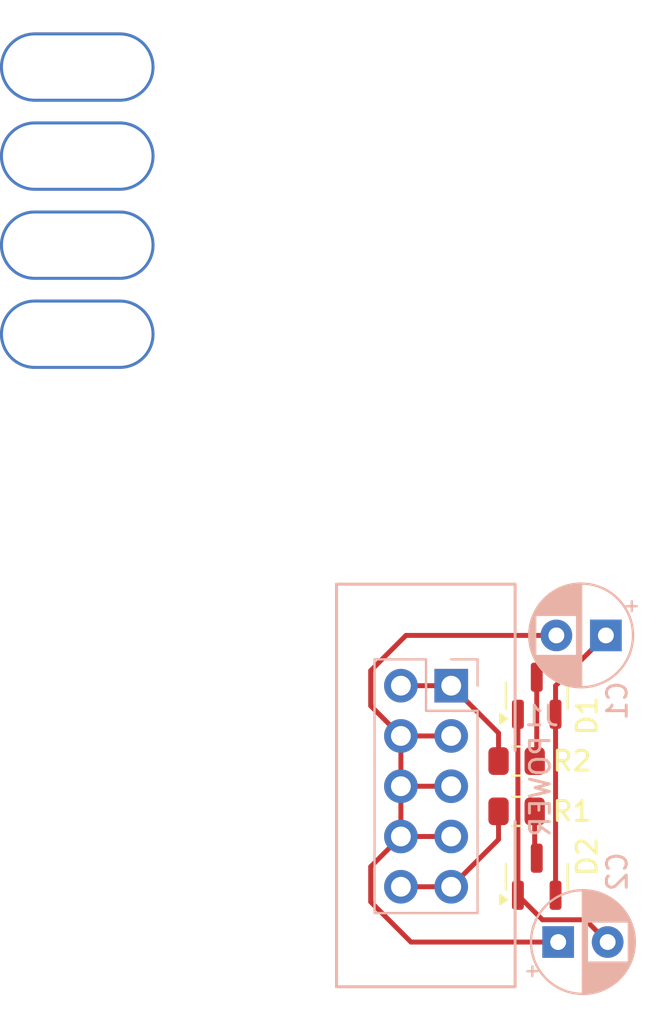
<source format=kicad_pcb>
(kicad_pcb (version 20221018) (generator pcbnew)
  (layers (0 "F.Cu" signal) (31 "B.Cu" signal) (34 "B.Paste" user) (35 "F.Paste" user) (36 "B.SilkS" user "B.Silkscreen") (37 "F.SilkS" user "F.Silkscreen") (38 "B.Mask" user) (39 "F.Mask" user) (44 "Edge.Cuts" user))
  (net 0 "")
  (net 1 "+12V")
  (net 2 "GND")
  (net 3 "-12V")
  (net 4 "Net-(D1-COM)")
  (net 5 "Net-(D2-COM)")
  (net 6 "/FACE")
  (net 7 "Net-(J1-Pin_1)")
  (net 8 "Net-(J1-Pin_10)")
  (footprint "Resistor_SMD:R_0805_2012Metric" (layer "F.Cu") (at 59.182 52.07 180)
    (fp_text reference "R2" (at -2.794 0) (layer "F.SilkS"))
    (fp_text value "10")
    (fp_line (start -0.227064 -0.735) (end 0.227064 -0.735) (stroke (width 0.12)) (layer "F.SilkS"))
    (fp_line (start -0.227064 0.735) (end 0.227064 0.735) (stroke (width 0.12)) (layer "F.SilkS"))
    (pad "1" smd roundrect (at -0.9125 0 180) (size 1.025 1.4) (layers "F.Cu" "F.Paste" "F.Mask") (roundrect_rratio 0.243902) (net 4 "Net-(D1-COM)"))
    (pad "2" smd roundrect (at 0.9125 0 180) (size 1.025 1.4) (layers "F.Cu" "F.Paste" "F.Mask") (roundrect_rratio 0.243902) (net 7 "Net-(J1-Pin_1)"))
  )
  (footprint "Package_TO_SOT_SMD:SOT-23" (layer "F.Cu") (at 60.198 57.912 90)
    (fp_text reference "D2" (at 1.016 2.54 90) (layer "F.SilkS"))
    (fp_text value "BAT54S")
    (fp_line (start 0 -1.56) (end -0.65 -1.56) (stroke (width 0.12)) (layer "F.SilkS"))
    (fp_line (start 0 -1.56) (end 0.65 -1.56) (stroke (width 0.12)) (layer "F.SilkS"))
    (fp_line (start 0 1.56) (end -0.65 1.56) (stroke (width 0.12)) (layer "F.SilkS"))
    (fp_line (start 0 1.56) (end 0.65 1.56) (stroke (width 0.12)) (layer "F.SilkS"))
    (fp_poly (pts (xy -1.1625 -1.51) (xy -1.4025 -1.84) (xy -0.9225 -1.84) (xy -1.1625 -1.51)) (stroke (width 0.12)) (fill solid) (layer "F.SilkS"))
    (pad "1" smd roundrect (at -0.9375 -0.95 90) (size 1.475 0.6) (layers "F.Cu" "F.Paste" "F.Mask") (net 3 "-12V"))
    (pad "2" smd roundrect (at -0.9375 0.95 90) (size 1.475 0.6) (layers "F.Cu" "F.Paste" "F.Mask") (net 1 "+12V"))
    (pad "3" smd roundrect (at 0.9375 0 90) (size 1.475 0.6) (layers "F.Cu" "F.Paste" "F.Mask") (net 5 "Net-(D2-COM)"))
  )
  (footprint "Eurorack:Mech-MountingHole" (layer "F.Cu") (at 37 17)
    (fp_text reference "H1")
    (fp_text value "mount0")
    (pad "1" thru_hole oval (at 0 0 90) (size 3.5 7.8) (drill oval 3.2 7.5) (layers "*.Cu" "*.Mask") (net 6 "/FACE"))
  )
  (footprint "Resistor_SMD:R_0805_2012Metric" (layer "F.Cu") (at 59.182 54.61 180)
    (fp_text reference "R1" (at -2.794 0) (layer "F.SilkS"))
    (fp_text value "10")
    (fp_line (start -0.227064 -0.735) (end 0.227064 -0.735) (stroke (width 0.12)) (layer "F.SilkS"))
    (fp_line (start -0.227064 0.735) (end 0.227064 0.735) (stroke (width 0.12)) (layer "F.SilkS"))
    (pad "1" smd roundrect (at -0.9125 0 180) (size 1.025 1.4) (layers "F.Cu" "F.Paste" "F.Mask") (roundrect_rratio 0.243902) (net 5 "Net-(D2-COM)"))
    (pad "2" smd roundrect (at 0.9125 0 180) (size 1.025 1.4) (layers "F.Cu" "F.Paste" "F.Mask") (roundrect_rratio 0.243902) (net 8 "Net-(J1-Pin_10)"))
  )
  (footprint "Package_TO_SOT_SMD:SOT-23" (layer "F.Cu") (at 60.198 48.768 90)
    (fp_text reference "D1" (at -1.016 2.54 90) (layer "F.SilkS"))
    (fp_text value "BAT54S")
    (fp_line (start 0 -1.56) (end -0.65 -1.56) (stroke (width 0.12)) (layer "F.SilkS"))
    (fp_line (start 0 -1.56) (end 0.65 -1.56) (stroke (width 0.12)) (layer "F.SilkS"))
    (fp_line (start 0 1.56) (end -0.65 1.56) (stroke (width 0.12)) (layer "F.SilkS"))
    (fp_line (start 0 1.56) (end 0.65 1.56) (stroke (width 0.12)) (layer "F.SilkS"))
    (fp_poly (pts (xy -1.1625 -1.51) (xy -1.4025 -1.84) (xy -0.9225 -1.84) (xy -1.1625 -1.51)) (stroke (width 0.12)) (fill solid) (layer "F.SilkS"))
    (pad "1" smd roundrect (at -0.9375 -0.95 90) (size 1.475 0.6) (layers "F.Cu" "F.Paste" "F.Mask") (net 3 "-12V"))
    (pad "2" smd roundrect (at -0.9375 0.95 90) (size 1.475 0.6) (layers "F.Cu" "F.Paste" "F.Mask") (net 1 "+12V"))
    (pad "3" smd roundrect (at 0.9375 0 90) (size 1.475 0.6) (layers "F.Cu" "F.Paste" "F.Mask") (net 4 "Net-(D1-COM)"))
  )
  (footprint "Eurorack:Mech-MountingHole" (layer "F.Cu") (at 37 30.5)
    (fp_text reference "H4")
    (fp_text value "mount1")
    (pad "1" thru_hole oval (at 0 0 90) (size 3.5 7.8) (drill oval 3.2 7.5) (layers "*.Cu" "*.Mask") (net 6 "/FACE"))
  )
  (footprint "Eurorack:Mech-MountingHole" (layer "F.Cu") (at 37 21.5)
    (fp_text reference "H2")
    (fp_text value "mount1")
    (pad "1" thru_hole oval (at 0 0 90) (size 3.5 7.8) (drill oval 3.2 7.5) (layers "*.Cu" "*.Mask") (net 6 "/FACE"))
  )
  (footprint "Eurorack:Mech-MountingHole" (layer "F.Cu") (at 37 26)
    (fp_text reference "H3")
    (fp_text value "mount1")
    (pad "1" thru_hole oval (at 0 0 90) (size 3.5 7.8) (drill oval 3.2 7.5) (layers "*.Cu" "*.Mask") (net 6 "/FACE"))
  )
  (footprint "Eurorack:PinHeader_2x05_P2.54mm_Vertical" (layer "B.Cu") (at 55.88 48.26 180)
    (fp_text reference "J1" (at -4.572 -1.524) (layer "B.SilkS") (effects (justify mirror)))
    (fp_text value "Conn_02x05_Odd_Even")
    (fp_line (start -3.2258 -15.2146) (end -3.2258 -6.858) (stroke (width 0.15)) (layer "B.SilkS"))
    (fp_line (start -3.2258 -3.2766) (end -3.2258 5.1308) (stroke (width 0.15)) (layer "B.SilkS"))
    (fp_line (start -3.2258 5.1308) (end 5.7912 5.1308) (stroke (width 0.15)) (layer "B.SilkS"))
    (fp_line (start -1.33 -11.49) (end 3.87 -11.49) (stroke (width 0.12)) (layer "B.SilkS"))
    (fp_line (start -1.33 -1.27) (end -1.33 -11.49) (stroke (width 0.12)) (layer "B.SilkS"))
    (fp_line (start -1.33 -1.27) (end 1.27 -1.27) (stroke (width 0.12)) (layer "B.SilkS"))
    (fp_line (start -1.33 0) (end -1.33 1.33) (stroke (width 0.12)) (layer "B.SilkS"))
    (fp_line (start -1.33 1.33) (end 0 1.33) (stroke (width 0.12)) (layer "B.SilkS"))
    (fp_line (start 1.27 -1.27) (end 1.27 1.33) (stroke (width 0.12)) (layer "B.SilkS"))
    (fp_line (start 1.27 1.33) (end 3.87 1.33) (stroke (width 0.12)) (layer "B.SilkS"))
    (fp_line (start 3.87 1.33) (end 3.87 -11.49) (stroke (width 0.12)) (layer "B.SilkS"))
    (fp_line (start 5.7912 -15.2146) (end -3.2258 -15.2146) (stroke (width 0.15)) (layer "B.SilkS"))
    (fp_line (start 5.7912 5.1308) (end 5.7912 -15.2146) (stroke (width 0.15)) (layer "B.SilkS"))
    (pad "1" thru_hole rect (at 0 0 180) (size 1.7 1.7) (drill 1) (layers "*.Cu" "*.Mask") (net 7 "Net-(J1-Pin_1)"))
    (pad "2" thru_hole oval (at 2.54 0 180) (size 1.7 1.7) (drill 1) (layers "*.Cu" "*.Mask") (net 7 "Net-(J1-Pin_1)"))
    (pad "3" thru_hole oval (at 0 -2.54 180) (size 1.7 1.7) (drill 1) (layers "*.Cu" "*.Mask") (net 2 "GND"))
    (pad "4" thru_hole oval (at 2.54 -2.54 180) (size 1.7 1.7) (drill 1) (layers "*.Cu" "*.Mask") (net 2 "GND"))
    (pad "5" thru_hole oval (at 0 -5.08 180) (size 1.7 1.7) (drill 1) (layers "*.Cu" "*.Mask") (net 2 "GND"))
    (pad "6" thru_hole oval (at 2.54 -5.08 180) (size 1.7 1.7) (drill 1) (layers "*.Cu" "*.Mask") (net 2 "GND"))
    (pad "7" thru_hole oval (at 0 -7.62 180) (size 1.7 1.7) (drill 1) (layers "*.Cu" "*.Mask") (net 2 "GND"))
    (pad "8" thru_hole oval (at 2.54 -7.62 180) (size 1.7 1.7) (drill 1) (layers "*.Cu" "*.Mask") (net 2 "GND"))
    (pad "9" thru_hole oval (at 0 -10.16 180) (size 1.7 1.7) (drill 1) (layers "*.Cu" "*.Mask") (net 8 "Net-(J1-Pin_10)"))
    (pad "10" thru_hole oval (at 2.54 -10.16 180) (size 1.7 1.7) (drill 1) (layers "*.Cu" "*.Mask") (net 8 "Net-(J1-Pin_10)"))
  )
  (footprint "Capacitor_THT:CP_Radial_D5.0mm_P2.50mm" (layer "B.Cu") (at 63.689112 45.72 180)
    (fp_text reference "C1" (at -0.572888 -3.302 90) (layer "B.SilkS") (effects (justify mirror)))
    (fp_text value "22u 50V")
    (fp_line (start -1.554775 1.475) (end -1.054775 1.475) (stroke (width 0.12)) (layer "B.SilkS"))
    (fp_line (start -1.304775 1.725) (end -1.304775 1.225) (stroke (width 0.12)) (layer "B.SilkS"))
    (fp_line (start 1.25 2.58) (end 1.25 -2.58) (stroke (width 0.12)) (layer "B.SilkS"))
    (fp_line (start 1.29 2.58) (end 1.29 -2.58) (stroke (width 0.12)) (layer "B.SilkS"))
    (fp_line (start 1.33 2.579) (end 1.33 -2.579) (stroke (width 0.12)) (layer "B.SilkS"))
    (fp_line (start 1.37 2.578) (end 1.37 -2.578) (stroke (width 0.12)) (layer "B.SilkS"))
    (fp_line (start 1.41 2.576) (end 1.41 -2.576) (stroke (width 0.12)) (layer "B.SilkS"))
    (fp_line (start 1.45 2.573) (end 1.45 -2.573) (stroke (width 0.12)) (layer "B.SilkS"))
    (fp_line (start 1.49 -1.04) (end 1.49 -2.569) (stroke (width 0.12)) (layer "B.SilkS"))
    (fp_line (start 1.49 2.569) (end 1.49 1.04) (stroke (width 0.12)) (layer "B.SilkS"))
    (fp_line (start 1.53 -1.04) (end 1.53 -2.565) (stroke (width 0.12)) (layer "B.SilkS"))
    (fp_line (start 1.53 2.565) (end 1.53 1.04) (stroke (width 0.12)) (layer "B.SilkS"))
    (fp_line (start 1.57 -1.04) (end 1.57 -2.561) (stroke (width 0.12)) (layer "B.SilkS"))
    (fp_line (start 1.57 2.561) (end 1.57 1.04) (stroke (width 0.12)) (layer "B.SilkS"))
    (fp_line (start 1.61 -1.04) (end 1.61 -2.556) (stroke (width 0.12)) (layer "B.SilkS"))
    (fp_line (start 1.61 2.556) (end 1.61 1.04) (stroke (width 0.12)) (layer "B.SilkS"))
    (fp_line (start 1.65 -1.04) (end 1.65 -2.55) (stroke (width 0.12)) (layer "B.SilkS"))
    (fp_line (start 1.65 2.55) (end 1.65 1.04) (stroke (width 0.12)) (layer "B.SilkS"))
    (fp_line (start 1.69 -1.04) (end 1.69 -2.543) (stroke (width 0.12)) (layer "B.SilkS"))
    (fp_line (start 1.69 2.543) (end 1.69 1.04) (stroke (width 0.12)) (layer "B.SilkS"))
    (fp_line (start 1.73 -1.04) (end 1.73 -2.536) (stroke (width 0.12)) (layer "B.SilkS"))
    (fp_line (start 1.73 2.536) (end 1.73 1.04) (stroke (width 0.12)) (layer "B.SilkS"))
    (fp_line (start 1.77 -1.04) (end 1.77 -2.528) (stroke (width 0.12)) (layer "B.SilkS"))
    (fp_line (start 1.77 2.528) (end 1.77 1.04) (stroke (width 0.12)) (layer "B.SilkS"))
    (fp_line (start 1.81 -1.04) (end 1.81 -2.52) (stroke (width 0.12)) (layer "B.SilkS"))
    (fp_line (start 1.81 2.52) (end 1.81 1.04) (stroke (width 0.12)) (layer "B.SilkS"))
    (fp_line (start 1.85 -1.04) (end 1.85 -2.511) (stroke (width 0.12)) (layer "B.SilkS"))
    (fp_line (start 1.85 2.511) (end 1.85 1.04) (stroke (width 0.12)) (layer "B.SilkS"))
    (fp_line (start 1.89 -1.04) (end 1.89 -2.501) (stroke (width 0.12)) (layer "B.SilkS"))
    (fp_line (start 1.89 2.501) (end 1.89 1.04) (stroke (width 0.12)) (layer "B.SilkS"))
    (fp_line (start 1.93 -1.04) (end 1.93 -2.491) (stroke (width 0.12)) (layer "B.SilkS"))
    (fp_line (start 1.93 2.491) (end 1.93 1.04) (stroke (width 0.12)) (layer "B.SilkS"))
    (fp_line (start 1.971 -1.04) (end 1.971 -2.48) (stroke (width 0.12)) (layer "B.SilkS"))
    (fp_line (start 1.971 2.48) (end 1.971 1.04) (stroke (width 0.12)) (layer "B.SilkS"))
    (fp_line (start 2.011 -1.04) (end 2.011 -2.468) (stroke (width 0.12)) (layer "B.SilkS"))
    (fp_line (start 2.011 2.468) (end 2.011 1.04) (stroke (width 0.12)) (layer "B.SilkS"))
    (fp_line (start 2.051 -1.04) (end 2.051 -2.455) (stroke (width 0.12)) (layer "B.SilkS"))
    (fp_line (start 2.051 2.455) (end 2.051 1.04) (stroke (width 0.12)) (layer "B.SilkS"))
    (fp_line (start 2.091 -1.04) (end 2.091 -2.442) (stroke (width 0.12)) (layer "B.SilkS"))
    (fp_line (start 2.091 2.442) (end 2.091 1.04) (stroke (width 0.12)) (layer "B.SilkS"))
    (fp_line (start 2.131 -1.04) (end 2.131 -2.428) (stroke (width 0.12)) (layer "B.SilkS"))
    (fp_line (start 2.131 2.428) (end 2.131 1.04) (stroke (width 0.12)) (layer "B.SilkS"))
    (fp_line (start 2.171 -1.04) (end 2.171 -2.414) (stroke (width 0.12)) (layer "B.SilkS"))
    (fp_line (start 2.171 2.414) (end 2.171 1.04) (stroke (width 0.12)) (layer "B.SilkS"))
    (fp_line (start 2.211 -1.04) (end 2.211 -2.398) (stroke (width 0.12)) (layer "B.SilkS"))
    (fp_line (start 2.211 2.398) (end 2.211 1.04) (stroke (width 0.12)) (layer "B.SilkS"))
    (fp_line (start 2.251 -1.04) (end 2.251 -2.382) (stroke (width 0.12)) (layer "B.SilkS"))
    (fp_line (start 2.251 2.382) (end 2.251 1.04) (stroke (width 0.12)) (layer "B.SilkS"))
    (fp_line (start 2.291 -1.04) (end 2.291 -2.365) (stroke (width 0.12)) (layer "B.SilkS"))
    (fp_line (start 2.291 2.365) (end 2.291 1.04) (stroke (width 0.12)) (layer "B.SilkS"))
    (fp_line (start 2.331 -1.04) (end 2.331 -2.348) (stroke (width 0.12)) (layer "B.SilkS"))
    (fp_line (start 2.331 2.348) (end 2.331 1.04) (stroke (width 0.12)) (layer "B.SilkS"))
    (fp_line (start 2.371 -1.04) (end 2.371 -2.329) (stroke (width 0.12)) (layer "B.SilkS"))
    (fp_line (start 2.371 2.329) (end 2.371 1.04) (stroke (width 0.12)) (layer "B.SilkS"))
    (fp_line (start 2.411 -1.04) (end 2.411 -2.31) (stroke (width 0.12)) (layer "B.SilkS"))
    (fp_line (start 2.411 2.31) (end 2.411 1.04) (stroke (width 0.12)) (layer "B.SilkS"))
    (fp_line (start 2.451 -1.04) (end 2.451 -2.29) (stroke (width 0.12)) (layer "B.SilkS"))
    (fp_line (start 2.451 2.29) (end 2.451 1.04) (stroke (width 0.12)) (layer "B.SilkS"))
    (fp_line (start 2.491 -1.04) (end 2.491 -2.268) (stroke (width 0.12)) (layer "B.SilkS"))
    (fp_line (start 2.491 2.268) (end 2.491 1.04) (stroke (width 0.12)) (layer "B.SilkS"))
    (fp_line (start 2.531 -1.04) (end 2.531 -2.247) (stroke (width 0.12)) (layer "B.SilkS"))
    (fp_line (start 2.531 2.247) (end 2.531 1.04) (stroke (width 0.12)) (layer "B.SilkS"))
    (fp_line (start 2.571 -1.04) (end 2.571 -2.224) (stroke (width 0.12)) (layer "B.SilkS"))
    (fp_line (start 2.571 2.224) (end 2.571 1.04) (stroke (width 0.12)) (layer "B.SilkS"))
    (fp_line (start 2.611 -1.04) (end 2.611 -2.2) (stroke (width 0.12)) (layer "B.SilkS"))
    (fp_line (start 2.611 2.2) (end 2.611 1.04) (stroke (width 0.12)) (layer "B.SilkS"))
    (fp_line (start 2.651 -1.04) (end 2.651 -2.175) (stroke (width 0.12)) (layer "B.SilkS"))
    (fp_line (start 2.651 2.175) (end 2.651 1.04) (stroke (width 0.12)) (layer "B.SilkS"))
    (fp_line (start 2.691 -1.04) (end 2.691 -2.149) (stroke (width 0.12)) (layer "B.SilkS"))
    (fp_line (start 2.691 2.149) (end 2.691 1.04) (stroke (width 0.12)) (layer "B.SilkS"))
    (fp_line (start 2.731 -1.04) (end 2.731 -2.122) (stroke (width 0.12)) (layer "B.SilkS"))
    (fp_line (start 2.731 2.122) (end 2.731 1.04) (stroke (width 0.12)) (layer "B.SilkS"))
    (fp_line (start 2.771 -1.04) (end 2.771 -2.095) (stroke (width 0.12)) (layer "B.SilkS"))
    (fp_line (start 2.771 2.095) (end 2.771 1.04) (stroke (width 0.12)) (layer "B.SilkS"))
    (fp_line (start 2.811 -1.04) (end 2.811 -2.065) (stroke (width 0.12)) (layer "B.SilkS"))
    (fp_line (start 2.811 2.065) (end 2.811 1.04) (stroke (width 0.12)) (layer "B.SilkS"))
    (fp_line (start 2.851 -1.04) (end 2.851 -2.035) (stroke (width 0.12)) (layer "B.SilkS"))
    (fp_line (start 2.851 2.035) (end 2.851 1.04) (stroke (width 0.12)) (layer "B.SilkS"))
    (fp_line (start 2.891 -1.04) (end 2.891 -2.004) (stroke (width 0.12)) (layer "B.SilkS"))
    (fp_line (start 2.891 2.004) (end 2.891 1.04) (stroke (width 0.12)) (layer "B.SilkS"))
    (fp_line (start 2.931 -1.04) (end 2.931 -1.971) (stroke (width 0.12)) (layer "B.SilkS"))
    (fp_line (start 2.931 1.971) (end 2.931 1.04) (stroke (width 0.12)) (layer "B.SilkS"))
    (fp_line (start 2.971 -1.04) (end 2.971 -1.937) (stroke (width 0.12)) (layer "B.SilkS"))
    (fp_line (start 2.971 1.937) (end 2.971 1.04) (stroke (width 0.12)) (layer "B.SilkS"))
    (fp_line (start 3.011 -1.04) (end 3.011 -1.901) (stroke (width 0.12)) (layer "B.SilkS"))
    (fp_line (start 3.011 1.901) (end 3.011 1.04) (stroke (width 0.12)) (layer "B.SilkS"))
    (fp_line (start 3.051 -1.04) (end 3.051 -1.864) (stroke (width 0.12)) (layer "B.SilkS"))
    (fp_line (start 3.051 1.864) (end 3.051 1.04) (stroke (width 0.12)) (layer "B.SilkS"))
    (fp_line (start 3.091 -1.04) (end 3.091 -1.826) (stroke (width 0.12)) (layer "B.SilkS"))
    (fp_line (start 3.091 1.826) (end 3.091 1.04) (stroke (width 0.12)) (layer "B.SilkS"))
    (fp_line (start 3.131 -1.04) (end 3.131 -1.785) (stroke (width 0.12)) (layer "B.SilkS"))
    (fp_line (start 3.131 1.785) (end 3.131 1.04) (stroke (width 0.12)) (layer "B.SilkS"))
    (fp_line (start 3.171 -1.04) (end 3.171 -1.743) (stroke (width 0.12)) (layer "B.SilkS"))
    (fp_line (start 3.171 1.743) (end 3.171 1.04) (stroke (width 0.12)) (layer "B.SilkS"))
    (fp_line (start 3.211 -1.04) (end 3.211 -1.699) (stroke (width 0.12)) (layer "B.SilkS"))
    (fp_line (start 3.211 1.699) (end 3.211 1.04) (stroke (width 0.12)) (layer "B.SilkS"))
    (fp_line (start 3.251 -1.04) (end 3.251 -1.653) (stroke (width 0.12)) (layer "B.SilkS"))
    (fp_line (start 3.251 1.653) (end 3.251 1.04) (stroke (width 0.12)) (layer "B.SilkS"))
    (fp_line (start 3.291 -1.04) (end 3.291 -1.605) (stroke (width 0.12)) (layer "B.SilkS"))
    (fp_line (start 3.291 1.605) (end 3.291 1.04) (stroke (width 0.12)) (layer "B.SilkS"))
    (fp_line (start 3.331 -1.04) (end 3.331 -1.554) (stroke (width 0.12)) (layer "B.SilkS"))
    (fp_line (start 3.331 1.554) (end 3.331 1.04) (stroke (width 0.12)) (layer "B.SilkS"))
    (fp_line (start 3.371 -1.04) (end 3.371 -1.5) (stroke (width 0.12)) (layer "B.SilkS"))
    (fp_line (start 3.371 1.5) (end 3.371 1.04) (stroke (width 0.12)) (layer "B.SilkS"))
    (fp_line (start 3.411 -1.04) (end 3.411 -1.443) (stroke (width 0.12)) (layer "B.SilkS"))
    (fp_line (start 3.411 1.443) (end 3.411 1.04) (stroke (width 0.12)) (layer "B.SilkS"))
    (fp_line (start 3.451 -1.04) (end 3.451 -1.383) (stroke (width 0.12)) (layer "B.SilkS"))
    (fp_line (start 3.451 1.383) (end 3.451 1.04) (stroke (width 0.12)) (layer "B.SilkS"))
    (fp_line (start 3.491 -1.04) (end 3.491 -1.319) (stroke (width 0.12)) (layer "B.SilkS"))
    (fp_line (start 3.491 1.319) (end 3.491 1.04) (stroke (width 0.12)) (layer "B.SilkS"))
    (fp_line (start 3.531 -1.04) (end 3.531 -1.251) (stroke (width 0.12)) (layer "B.SilkS"))
    (fp_line (start 3.531 1.251) (end 3.531 1.04) (stroke (width 0.12)) (layer "B.SilkS"))
    (fp_line (start 3.571 1.178) (end 3.571 -1.178) (stroke (width 0.12)) (layer "B.SilkS"))
    (fp_line (start 3.611 1.098) (end 3.611 -1.098) (stroke (width 0.12)) (layer "B.SilkS"))
    (fp_line (start 3.651 1.011) (end 3.651 -1.011) (stroke (width 0.12)) (layer "B.SilkS"))
    (fp_line (start 3.691 0.915) (end 3.691 -0.915) (stroke (width 0.12)) (layer "B.SilkS"))
    (fp_line (start 3.731 0.805) (end 3.731 -0.805) (stroke (width 0.12)) (layer "B.SilkS"))
    (fp_line (start 3.771 0.677) (end 3.771 -0.677) (stroke (width 0.12)) (layer "B.SilkS"))
    (fp_line (start 3.811 0.518) (end 3.811 -0.518) (stroke (width 0.12)) (layer "B.SilkS"))
    (fp_line (start 3.851 0.284) (end 3.851 -0.284) (stroke (width 0.12)) (layer "B.SilkS"))
    (fp_circle (center 1.25 0) (end 3.87 0) (stroke (width 0.12)) (fill none) (layer "B.SilkS"))
    (pad "1" thru_hole rect (at 0 0 180) (size 1.6 1.6) (drill 0.8) (layers "*.Cu" "*.Mask") (net 1 "+12V"))
    (pad "2" thru_hole circle (at 2.5 0 180) (size 1.6 1.6) (drill 0.8) (layers "*.Cu" "*.Mask") (net 2 "GND"))
  )
  (footprint "Capacitor_THT:CP_Radial_D5.0mm_P2.50mm" (layer "B.Cu") (at 61.278887 61.214)
    (fp_text reference "C2" (at 2.983113 -3.556 90) (layer "B.SilkS") (effects (justify mirror)))
    (fp_text value "22u 50V")
    (fp_line (start -1.554775 1.475) (end -1.054775 1.475) (stroke (width 0.12)) (layer "B.SilkS"))
    (fp_line (start -1.304775 1.725) (end -1.304775 1.225) (stroke (width 0.12)) (layer "B.SilkS"))
    (fp_line (start 1.25 2.58) (end 1.25 -2.58) (stroke (width 0.12)) (layer "B.SilkS"))
    (fp_line (start 1.29 2.58) (end 1.29 -2.58) (stroke (width 0.12)) (layer "B.SilkS"))
    (fp_line (start 1.33 2.579) (end 1.33 -2.579) (stroke (width 0.12)) (layer "B.SilkS"))
    (fp_line (start 1.37 2.578) (end 1.37 -2.578) (stroke (width 0.12)) (layer "B.SilkS"))
    (fp_line (start 1.41 2.576) (end 1.41 -2.576) (stroke (width 0.12)) (layer "B.SilkS"))
    (fp_line (start 1.45 2.573) (end 1.45 -2.573) (stroke (width 0.12)) (layer "B.SilkS"))
    (fp_line (start 1.49 -1.04) (end 1.49 -2.569) (stroke (width 0.12)) (layer "B.SilkS"))
    (fp_line (start 1.49 2.569) (end 1.49 1.04) (stroke (width 0.12)) (layer "B.SilkS"))
    (fp_line (start 1.53 -1.04) (end 1.53 -2.565) (stroke (width 0.12)) (layer "B.SilkS"))
    (fp_line (start 1.53 2.565) (end 1.53 1.04) (stroke (width 0.12)) (layer "B.SilkS"))
    (fp_line (start 1.57 -1.04) (end 1.57 -2.561) (stroke (width 0.12)) (layer "B.SilkS"))
    (fp_line (start 1.57 2.561) (end 1.57 1.04) (stroke (width 0.12)) (layer "B.SilkS"))
    (fp_line (start 1.61 -1.04) (end 1.61 -2.556) (stroke (width 0.12)) (layer "B.SilkS"))
    (fp_line (start 1.61 2.556) (end 1.61 1.04) (stroke (width 0.12)) (layer "B.SilkS"))
    (fp_line (start 1.65 -1.04) (end 1.65 -2.55) (stroke (width 0.12)) (layer "B.SilkS"))
    (fp_line (start 1.65 2.55) (end 1.65 1.04) (stroke (width 0.12)) (layer "B.SilkS"))
    (fp_line (start 1.69 -1.04) (end 1.69 -2.543) (stroke (width 0.12)) (layer "B.SilkS"))
    (fp_line (start 1.69 2.543) (end 1.69 1.04) (stroke (width 0.12)) (layer "B.SilkS"))
    (fp_line (start 1.73 -1.04) (end 1.73 -2.536) (stroke (width 0.12)) (layer "B.SilkS"))
    (fp_line (start 1.73 2.536) (end 1.73 1.04) (stroke (width 0.12)) (layer "B.SilkS"))
    (fp_line (start 1.77 -1.04) (end 1.77 -2.528) (stroke (width 0.12)) (layer "B.SilkS"))
    (fp_line (start 1.77 2.528) (end 1.77 1.04) (stroke (width 0.12)) (layer "B.SilkS"))
    (fp_line (start 1.81 -1.04) (end 1.81 -2.52) (stroke (width 0.12)) (layer "B.SilkS"))
    (fp_line (start 1.81 2.52) (end 1.81 1.04) (stroke (width 0.12)) (layer "B.SilkS"))
    (fp_line (start 1.85 -1.04) (end 1.85 -2.511) (stroke (width 0.12)) (layer "B.SilkS"))
    (fp_line (start 1.85 2.511) (end 1.85 1.04) (stroke (width 0.12)) (layer "B.SilkS"))
    (fp_line (start 1.89 -1.04) (end 1.89 -2.501) (stroke (width 0.12)) (layer "B.SilkS"))
    (fp_line (start 1.89 2.501) (end 1.89 1.04) (stroke (width 0.12)) (layer "B.SilkS"))
    (fp_line (start 1.93 -1.04) (end 1.93 -2.491) (stroke (width 0.12)) (layer "B.SilkS"))
    (fp_line (start 1.93 2.491) (end 1.93 1.04) (stroke (width 0.12)) (layer "B.SilkS"))
    (fp_line (start 1.971 -1.04) (end 1.971 -2.48) (stroke (width 0.12)) (layer "B.SilkS"))
    (fp_line (start 1.971 2.48) (end 1.971 1.04) (stroke (width 0.12)) (layer "B.SilkS"))
    (fp_line (start 2.011 -1.04) (end 2.011 -2.468) (stroke (width 0.12)) (layer "B.SilkS"))
    (fp_line (start 2.011 2.468) (end 2.011 1.04) (stroke (width 0.12)) (layer "B.SilkS"))
    (fp_line (start 2.051 -1.04) (end 2.051 -2.455) (stroke (width 0.12)) (layer "B.SilkS"))
    (fp_line (start 2.051 2.455) (end 2.051 1.04) (stroke (width 0.12)) (layer "B.SilkS"))
    (fp_line (start 2.091 -1.04) (end 2.091 -2.442) (stroke (width 0.12)) (layer "B.SilkS"))
    (fp_line (start 2.091 2.442) (end 2.091 1.04) (stroke (width 0.12)) (layer "B.SilkS"))
    (fp_line (start 2.131 -1.04) (end 2.131 -2.428) (stroke (width 0.12)) (layer "B.SilkS"))
    (fp_line (start 2.131 2.428) (end 2.131 1.04) (stroke (width 0.12)) (layer "B.SilkS"))
    (fp_line (start 2.171 -1.04) (end 2.171 -2.414) (stroke (width 0.12)) (layer "B.SilkS"))
    (fp_line (start 2.171 2.414) (end 2.171 1.04) (stroke (width 0.12)) (layer "B.SilkS"))
    (fp_line (start 2.211 -1.04) (end 2.211 -2.398) (stroke (width 0.12)) (layer "B.SilkS"))
    (fp_line (start 2.211 2.398) (end 2.211 1.04) (stroke (width 0.12)) (layer "B.SilkS"))
    (fp_line (start 2.251 -1.04) (end 2.251 -2.382) (stroke (width 0.12)) (layer "B.SilkS"))
    (fp_line (start 2.251 2.382) (end 2.251 1.04) (stroke (width 0.12)) (layer "B.SilkS"))
    (fp_line (start 2.291 -1.04) (end 2.291 -2.365) (stroke (width 0.12)) (layer "B.SilkS"))
    (fp_line (start 2.291 2.365) (end 2.291 1.04) (stroke (width 0.12)) (layer "B.SilkS"))
    (fp_line (start 2.331 -1.04) (end 2.331 -2.348) (stroke (width 0.12)) (layer "B.SilkS"))
    (fp_line (start 2.331 2.348) (end 2.331 1.04) (stroke (width 0.12)) (layer "B.SilkS"))
    (fp_line (start 2.371 -1.04) (end 2.371 -2.329) (stroke (width 0.12)) (layer "B.SilkS"))
    (fp_line (start 2.371 2.329) (end 2.371 1.04) (stroke (width 0.12)) (layer "B.SilkS"))
    (fp_line (start 2.411 -1.04) (end 2.411 -2.31) (stroke (width 0.12)) (layer "B.SilkS"))
    (fp_line (start 2.411 2.31) (end 2.411 1.04) (stroke (width 0.12)) (layer "B.SilkS"))
    (fp_line (start 2.451 -1.04) (end 2.451 -2.29) (stroke (width 0.12)) (layer "B.SilkS"))
    (fp_line (start 2.451 2.29) (end 2.451 1.04) (stroke (width 0.12)) (layer "B.SilkS"))
    (fp_line (start 2.491 -1.04) (end 2.491 -2.268) (stroke (width 0.12)) (layer "B.SilkS"))
    (fp_line (start 2.491 2.268) (end 2.491 1.04) (stroke (width 0.12)) (layer "B.SilkS"))
    (fp_line (start 2.531 -1.04) (end 2.531 -2.247) (stroke (width 0.12)) (layer "B.SilkS"))
    (fp_line (start 2.531 2.247) (end 2.531 1.04) (stroke (width 0.12)) (layer "B.SilkS"))
    (fp_line (start 2.571 -1.04) (end 2.571 -2.224) (stroke (width 0.12)) (layer "B.SilkS"))
    (fp_line (start 2.571 2.224) (end 2.571 1.04) (stroke (width 0.12)) (layer "B.SilkS"))
    (fp_line (start 2.611 -1.04) (end 2.611 -2.2) (stroke (width 0.12)) (layer "B.SilkS"))
    (fp_line (start 2.611 2.2) (end 2.611 1.04) (stroke (width 0.12)) (layer "B.SilkS"))
    (fp_line (start 2.651 -1.04) (end 2.651 -2.175) (stroke (width 0.12)) (layer "B.SilkS"))
    (fp_line (start 2.651 2.175) (end 2.651 1.04) (stroke (width 0.12)) (layer "B.SilkS"))
    (fp_line (start 2.691 -1.04) (end 2.691 -2.149) (stroke (width 0.12)) (layer "B.SilkS"))
    (fp_line (start 2.691 2.149) (end 2.691 1.04) (stroke (width 0.12)) (layer "B.SilkS"))
    (fp_line (start 2.731 -1.04) (end 2.731 -2.122) (stroke (width 0.12)) (layer "B.SilkS"))
    (fp_line (start 2.731 2.122) (end 2.731 1.04) (stroke (width 0.12)) (layer "B.SilkS"))
    (fp_line (start 2.771 -1.04) (end 2.771 -2.095) (stroke (width 0.12)) (layer "B.SilkS"))
    (fp_line (start 2.771 2.095) (end 2.771 1.04) (stroke (width 0.12)) (layer "B.SilkS"))
    (fp_line (start 2.811 -1.04) (end 2.811 -2.065) (stroke (width 0.12)) (layer "B.SilkS"))
    (fp_line (start 2.811 2.065) (end 2.811 1.04) (stroke (width 0.12)) (layer "B.SilkS"))
    (fp_line (start 2.851 -1.04) (end 2.851 -2.035) (stroke (width 0.12)) (layer "B.SilkS"))
    (fp_line (start 2.851 2.035) (end 2.851 1.04) (stroke (width 0.12)) (layer "B.SilkS"))
    (fp_line (start 2.891 -1.04) (end 2.891 -2.004) (stroke (width 0.12)) (layer "B.SilkS"))
    (fp_line (start 2.891 2.004) (end 2.891 1.04) (stroke (width 0.12)) (layer "B.SilkS"))
    (fp_line (start 2.931 -1.04) (end 2.931 -1.971) (stroke (width 0.12)) (layer "B.SilkS"))
    (fp_line (start 2.931 1.971) (end 2.931 1.04) (stroke (width 0.12)) (layer "B.SilkS"))
    (fp_line (start 2.971 -1.04) (end 2.971 -1.937) (stroke (width 0.12)) (layer "B.SilkS"))
    (fp_line (start 2.971 1.937) (end 2.971 1.04) (stroke (width 0.12)) (layer "B.SilkS"))
    (fp_line (start 3.011 -1.04) (end 3.011 -1.901) (stroke (width 0.12)) (layer "B.SilkS"))
    (fp_line (start 3.011 1.901) (end 3.011 1.04) (stroke (width 0.12)) (layer "B.SilkS"))
    (fp_line (start 3.051 -1.04) (end 3.051 -1.864) (stroke (width 0.12)) (layer "B.SilkS"))
    (fp_line (start 3.051 1.864) (end 3.051 1.04) (stroke (width 0.12)) (layer "B.SilkS"))
    (fp_line (start 3.091 -1.04) (end 3.091 -1.826) (stroke (width 0.12)) (layer "B.SilkS"))
    (fp_line (start 3.091 1.826) (end 3.091 1.04) (stroke (width 0.12)) (layer "B.SilkS"))
    (fp_line (start 3.131 -1.04) (end 3.131 -1.785) (stroke (width 0.12)) (layer "B.SilkS"))
    (fp_line (start 3.131 1.785) (end 3.131 1.04) (stroke (width 0.12)) (layer "B.SilkS"))
    (fp_line (start 3.171 -1.04) (end 3.171 -1.743) (stroke (width 0.12)) (layer "B.SilkS"))
    (fp_line (start 3.171 1.743) (end 3.171 1.04) (stroke (width 0.12)) (layer "B.SilkS"))
    (fp_line (start 3.211 -1.04) (end 3.211 -1.699) (stroke (width 0.12)) (layer "B.SilkS"))
    (fp_line (start 3.211 1.699) (end 3.211 1.04) (stroke (width 0.12)) (layer "B.SilkS"))
    (fp_line (start 3.251 -1.04) (end 3.251 -1.653) (stroke (width 0.12)) (layer "B.SilkS"))
    (fp_line (start 3.251 1.653) (end 3.251 1.04) (stroke (width 0.12)) (layer "B.SilkS"))
    (fp_line (start 3.291 -1.04) (end 3.291 -1.605) (stroke (width 0.12)) (layer "B.SilkS"))
    (fp_line (start 3.291 1.605) (end 3.291 1.04) (stroke (width 0.12)) (layer "B.SilkS"))
    (fp_line (start 3.331 -1.04) (end 3.331 -1.554) (stroke (width 0.12)) (layer "B.SilkS"))
    (fp_line (start 3.331 1.554) (end 3.331 1.04) (stroke (width 0.12)) (layer "B.SilkS"))
    (fp_line (start 3.371 -1.04) (end 3.371 -1.5) (stroke (width 0.12)) (layer "B.SilkS"))
    (fp_line (start 3.371 1.5) (end 3.371 1.04) (stroke (width 0.12)) (layer "B.SilkS"))
    (fp_line (start 3.411 -1.04) (end 3.411 -1.443) (stroke (width 0.12)) (layer "B.SilkS"))
    (fp_line (start 3.411 1.443) (end 3.411 1.04) (stroke (width 0.12)) (layer "B.SilkS"))
    (fp_line (start 3.451 -1.04) (end 3.451 -1.383) (stroke (width 0.12)) (layer "B.SilkS"))
    (fp_line (start 3.451 1.383) (end 3.451 1.04) (stroke (width 0.12)) (layer "B.SilkS"))
    (fp_line (start 3.491 -1.04) (end 3.491 -1.319) (stroke (width 0.12)) (layer "B.SilkS"))
    (fp_line (start 3.491 1.319) (end 3.491 1.04) (stroke (width 0.12)) (layer "B.SilkS"))
    (fp_line (start 3.531 -1.04) (end 3.531 -1.251) (stroke (width 0.12)) (layer "B.SilkS"))
    (fp_line (start 3.531 1.251) (end 3.531 1.04) (stroke (width 0.12)) (layer "B.SilkS"))
    (fp_line (start 3.571 1.178) (end 3.571 -1.178) (stroke (width 0.12)) (layer "B.SilkS"))
    (fp_line (start 3.611 1.098) (end 3.611 -1.098) (stroke (width 0.12)) (layer "B.SilkS"))
    (fp_line (start 3.651 1.011) (end 3.651 -1.011) (stroke (width 0.12)) (layer "B.SilkS"))
    (fp_line (start 3.691 0.915) (end 3.691 -0.915) (stroke (width 0.12)) (layer "B.SilkS"))
    (fp_line (start 3.731 0.805) (end 3.731 -0.805) (stroke (width 0.12)) (layer "B.SilkS"))
    (fp_line (start 3.771 0.677) (end 3.771 -0.677) (stroke (width 0.12)) (layer "B.SilkS"))
    (fp_line (start 3.811 0.518) (end 3.811 -0.518) (stroke (width 0.12)) (layer "B.SilkS"))
    (fp_line (start 3.851 0.284) (end 3.851 -0.284) (stroke (width 0.12)) (layer "B.SilkS"))
    (fp_circle (center 1.25 0) (end 3.87 0) (stroke (width 0.12)) (fill none) (layer "B.SilkS"))
    (pad "1" thru_hole rect (at 0 0) (size 1.6 1.6) (drill 0.8) (layers "*.Cu" "*.Mask") (net 2 "GND"))
    (pad "2" thru_hole circle (at 2.5 0) (size 1.6 1.6) (drill 0.8) (layers "*.Cu" "*.Mask") (net 3 "-12V"))
  )
  (gr_text "POWER" (at 60.96 53.34 90) (layer "B.SilkS") (effects (font (size 1 1)) (justify bottom mirror)))
  (segment (start 61.148 58.8495) (end 61.148 49.7055) (width 0.25) (layer "F.Cu") (net 1))
  (segment (start 61.148 48.261112) (end 63.689112 45.72) (width 0.25) (layer "F.Cu") (net 1))
  (segment (start 61.148 49.7055) (end 61.148 48.261112) (width 0.25) (layer "F.Cu") (net 1))
  (segment (start 53.34 55.88) (end 51.816 57.404) (width 0.25) (layer "F.Cu") (net 2))
  (segment (start 55.88 55.88) (end 53.34 55.88) (width 0.25) (layer "F.Cu") (net 2))
  (segment (start 51.816 49.276) (end 51.816 47.498) (width 0.25) (layer "F.Cu") (net 2))
  (segment (start 55.88 50.8) (end 53.34 50.8) (width 0.25) (layer "F.Cu") (net 2))
  (segment (start 55.88 53.34) (end 53.34 53.34) (width 0.25) (layer "F.Cu") (net 2))
  (segment (start 51.816 47.498) (end 53.594 45.72) (width 0.25) (layer "F.Cu") (net 2))
  (segment (start 53.594 45.72) (end 61.189112 45.72) (width 0.25) (layer "F.Cu") (net 2))
  (segment (start 53.848 61.214) (end 61.278887 61.214) (width 0.25) (layer "F.Cu") (net 2))
  (segment (start 53.34 50.8) (end 51.816 49.276) (width 0.25) (layer "F.Cu") (net 2))
  (segment (start 51.816 59.182) (end 53.848 61.214) (width 0.25) (layer "F.Cu") (net 2))
  (segment (start 51.816 57.404) (end 51.816 59.182) (width 0.25) (layer "F.Cu") (net 2))
  (segment (start 53.34 53.34) (end 53.34 55.88) (width 0.25) (layer "F.Cu") (net 2))
  (segment (start 53.34 53.34) (end 53.34 50.8) (width 0.25) (layer "F.Cu") (net 2))
  (segment (start 62.653887 60.089) (end 63.778887 61.214) (width 0.25) (layer "F.Cu") (net 3))
  (segment (start 59.248 58.8495) (end 60.4875 60.089) (width 0.25) (layer "F.Cu") (net 3))
  (segment (start 59.248 49.7055) (end 59.248 58.8495) (width 0.25) (layer "F.Cu") (net 3))
  (segment (start 60.4875 60.089) (end 62.653887 60.089) (width 0.25) (layer "F.Cu") (net 3))
  (segment (start 60.198 51.9665) (end 60.0945 52.07) (width 0.25) (layer "F.Cu") (net 4))
  (segment (start 60.198 47.8305) (end 60.198 51.9665) (width 0.25) (layer "F.Cu") (net 4))
  (segment (start 60.0945 54.61) (end 60.0945 56.871) (width 0.25) (layer "F.Cu") (net 5))
  (segment (start 60.0945 56.871) (end 60.198 56.9745) (width 0.25) (layer "F.Cu") (net 5))
  (segment (start 55.88 48.26) (end 58.2695 50.6495) (width 0.25) (layer "F.Cu") (net 7))
  (segment (start 58.2695 50.6495) (end 58.2695 52.07) (width 0.25) (layer "F.Cu") (net 7))
  (segment (start 53.34 48.26) (end 55.88 48.26) (width 0.25) (layer "F.Cu") (net 7))
  (segment (start 55.88 58.42) (end 58.2695 56.0305) (width 0.25) (layer "F.Cu") (net 8))
  (segment (start 58.2695 56.0305) (end 58.2695 54.61) (width 0.25) (layer "F.Cu") (net 8))
  (segment (start 53.34 58.42) (end 55.88 58.42) (width 0.25) (layer "F.Cu") (net 8))
)
</source>
